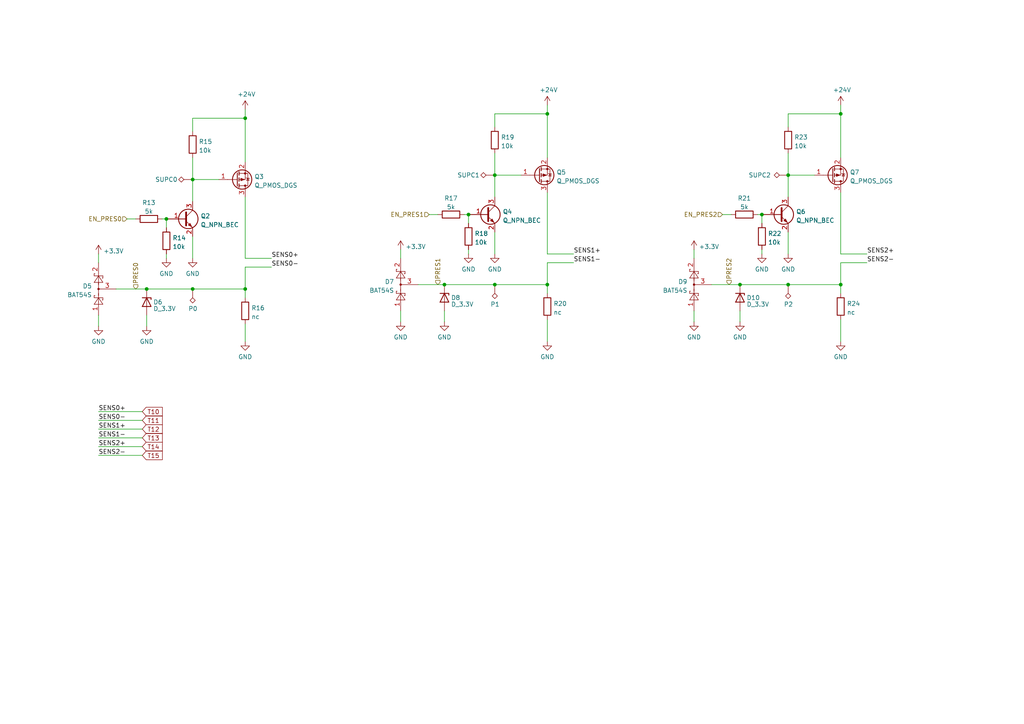
<source format=kicad_sch>
(kicad_sch (version 20211123) (generator eeschema)
  (paper "A4")
  (title_block (title "FloatPUMP Schematics") (date "2022-11-11") (rev "1.0") (company "robtor.de") (comment 1 "Controller board for up to 3 water pumps") (comment 2 "measuring capabilities with piezoresistive pressure sensors") (comment 3 "sensor input Range 4mA-20mA"))
  (lib_symbols
    (symbol "Connector:TestPoint_Alt" (pin_numbers hide) (pin_names (offset 0.762) hide)
      (property "Reference" "TP" (at 0 6.858 0))
      (property "Value" "TestPoint_Alt" (at 0 5.08 0))
      (symbol "TestPoint_Alt_0_1"
        (polyline (pts (xy 0 2.54) (xy -0.762 3.302) (xy 0 4.064) (xy 0.762 3.302) (xy 0 2.54)))
      )
      (symbol "TestPoint_Alt_1_1"
        (pin passive line (at 0 0 90) (length 2.54) (name "1") (number "1"))
      )
    )
    (symbol "D_Zener_1" (pin_numbers hide) (pin_names (offset 1.016) hide)
      (property "Reference" "D?" (at 2.032 0.8347 90))
      (property "Value" "D_Zener_1" (at 2.032 -1.7022 90))
      (symbol "D_Zener_1_0_1"
        (polyline (pts (xy 1.27 0) (xy -1.27 0)))
        (polyline (pts (xy -1.27 -1.27) (xy -1.27 1.27) (xy -0.762 1.27)) (stroke (width 0.254)))
        (polyline (pts (xy 1.27 -1.27) (xy 1.27 1.27) (xy -1.27 0) (xy 1.27 -1.27)) (stroke (width 0.254)))
      )
      (symbol "D_Zener_1_1_1"
        (pin passive line (at 3.81 0 180) (length 2.54) (name "A") (number "1"))
        (pin passive line (at -3.81 0 0) (length 2.54) (name "K") (number "3"))
      )
    )
    (symbol "Device:Q_NPN_BEC" (pin_names (offset 0) hide)
      (property "Reference" "Q" (at 5.08 1.27 0))
      (property "Value" "Q_NPN_BEC" (at 5.08 -1.27 0))
      (symbol "Q_NPN_BEC_0_1"
        (polyline (pts (xy 0.635 0.635) (xy 2.54 2.54)))
        (polyline (pts (xy 0.635 -0.635) (xy 2.54 -2.54) (xy 2.54 -2.54)))
        (polyline (pts (xy 0.635 1.905) (xy 0.635 -1.905) (xy 0.635 -1.905)) (stroke (width 0.508)))
        (polyline (pts (xy 1.27 -1.778) (xy 1.778 -1.27) (xy 2.286 -2.286) (xy 1.27 -1.778) (xy 1.27 -1.778)) (fill (type outline)))
        (circle (center 1.27 0) (radius 2.8194) (stroke (width 0.254)))
      )
      (symbol "Q_NPN_BEC_1_1"
        (pin input line (at -5.08 0 0) (length 5.715) (name "B") (number "1"))
        (pin passive line (at 2.54 -5.08 90) (length 2.54) (name "E") (number "2"))
        (pin passive line (at 2.54 5.08 270) (length 2.54) (name "C") (number "3"))
      )
    )
    (symbol "Device:Q_PMOS_GSD" (pin_names (offset 0) hide)
      (property "Reference" "Q" (at 5.08 1.27 0))
      (property "Value" "Q_PMOS_GSD" (at 5.08 -1.27 0))
      (symbol "Q_PMOS_GSD_0_1"
        (polyline (pts (xy 0.254 0) (xy -2.54 0)))
        (polyline (pts (xy 0.254 1.905) (xy 0.254 -1.905)) (stroke (width 0.254)))
        (polyline (pts (xy 0.762 -1.27) (xy 0.762 -2.286)) (stroke (width 0.254)))
        (polyline (pts (xy 0.762 0.508) (xy 0.762 -0.508)) (stroke (width 0.254)))
        (polyline (pts (xy 0.762 2.286) (xy 0.762 1.27)) (stroke (width 0.254)))
        (polyline (pts (xy 2.54 2.54) (xy 2.54 1.778)))
        (polyline (pts (xy 2.54 -2.54) (xy 2.54 0) (xy 0.762 0)))
        (polyline (pts (xy 0.762 1.778) (xy 3.302 1.778) (xy 3.302 -1.778) (xy 0.762 -1.778)))
        (polyline (pts (xy 2.286 0) (xy 1.27 0.381) (xy 1.27 -0.381) (xy 2.286 0)) (fill (type outline)))
        (polyline (pts (xy 2.794 -0.508) (xy 2.921 -0.381) (xy 3.683 -0.381) (xy 3.81 -0.254)))
        (polyline (pts (xy 3.302 -0.381) (xy 2.921 0.254) (xy 3.683 0.254) (xy 3.302 -0.381)))
        (circle (center 1.651 0) (radius 2.794) (stroke (width 0.254)))
        (circle (center 2.54 -1.778) (radius 0.254) (fill (type outline)))
        (circle (center 2.54 1.778) (radius 0.254) (fill (type outline)))
      )
      (symbol "Q_PMOS_GSD_1_1"
        (pin input line (at -5.08 0 0) (length 2.54) (name "G") (number "1"))
        (pin passive line (at 2.54 -5.08 90) (length 2.54) (name "S") (number "2"))
        (pin passive line (at 2.54 5.08 270) (length 2.54) (name "D") (number "3"))
      )
    )
    (symbol "Device:R" (pin_numbers hide) (pin_names (offset 0))
      (property "Reference" "R" (at 2.032 0 90))
      (property "Value" "R" (at 0 0 90))
      (symbol "R_0_1"
        (rectangle (start -1.016 -2.54) (end 1.016 2.54) (stroke (width 0.254)))
      )
      (symbol "R_1_1"
        (pin passive line (at 0 3.81 270) (length 1.27) (name "~") (number "1"))
        (pin passive line (at 0 -3.81 90) (length 1.27) (name "~") (number "2"))
      )
    )
    (symbol "Diode:BAT54S" (pin_names (offset 1.016))
      (property "Reference" "D" (at 0.635 -3.81 0))
      (property "Value" "BAT54S" (at -6.35 3.175 0))
      (symbol "BAT54S_0_1"
        (polyline (pts (xy -3.81 0) (xy -1.27 0)))
        (polyline (pts (xy -3.175 -1.27) (xy -3.175 -1.016)))
        (polyline (pts (xy -2.54 -1.27) (xy -3.175 -1.27)))
        (polyline (pts (xy -2.54 -1.27) (xy -2.54 1.27)))
        (polyline (pts (xy -2.54 1.27) (xy -1.905 1.27)))
        (polyline (pts (xy -1.905 0) (xy 1.905 0)))
        (polyline (pts (xy -1.905 1.27) (xy -1.905 1.016)))
        (polyline (pts (xy 1.27 0) (xy 3.81 0)))
        (polyline (pts (xy 3.175 -1.27) (xy 3.175 -1.016)))
        (polyline (pts (xy 3.81 -1.27) (xy 3.175 -1.27)))
        (polyline (pts (xy 3.81 -1.27) (xy 3.81 1.27)))
        (polyline (pts (xy 3.81 1.27) (xy 4.445 1.27)))
        (polyline (pts (xy 4.445 1.27) (xy 4.445 1.016)))
        (polyline (pts (xy -4.445 1.27) (xy -4.445 -1.27) (xy -2.54 0) (xy -4.445 1.27)))
        (polyline (pts (xy 1.905 1.27) (xy 1.905 -1.27) (xy 3.81 0) (xy 1.905 1.27)))
        (circle (center 0 0) (radius 0.254) (fill (type outline)))
      )
      (symbol "BAT54S_1_1"
        (pin passive line (at -7.62 0 0) (length 3.81) (name "~") (number "1"))
        (pin passive line (at 7.62 0 180) (length 3.81) (name "~") (number "2"))
        (pin passive line (at 0 -5.08 90) (length 5.08) (name "~") (number "3"))
      )
    )
    (symbol "power:+24V" (power) (pin_names (offset 0))
      (property "Value" "+24V" (at 0 3.556 0))
      (symbol "+24V_0_1"
        (polyline (pts (xy -0.762 1.27) (xy 0 2.54)))
        (polyline (pts (xy 0 0) (xy 0 2.54)))
        (polyline (pts (xy 0 2.54) (xy 0.762 1.27)))
      )
      (symbol "+24V_1_1"
        (pin power_in line (at 0 0 90) (length 0) hide (name "+24V") (number "1"))
      )
    )
    (symbol "power:+3.3V" (power) (pin_names (offset 0))
      (property "Value" "+3.3V" (at 0 3.556 0))
      (symbol "+3.3V_0_1"
        (polyline (pts (xy -0.762 1.27) (xy 0 2.54)))
        (polyline (pts (xy 0 0) (xy 0 2.54)))
        (polyline (pts (xy 0 2.54) (xy 0.762 1.27)))
      )
      (symbol "+3.3V_1_1"
        (pin power_in line (at 0 0 90) (length 0) hide (name "+3.3V") (number "1"))
      )
    )
    (symbol "power:GND" (power) (pin_names (offset 0))
      (property "Value" "GND" (at 0 -3.81 0))
      (symbol "GND_0_1"
        (polyline (pts (xy 0 0) (xy 0 -1.27) (xy 1.27 -1.27) (xy 0 -2.54) (xy -1.27 -1.27) (xy 0 -1.27)))
      )
      (symbol "GND_1_1"
        (pin power_in line (at 0 0 270) (length 0) hide (name "GND") (number "1"))
      )
    )
  )
  (junction (at 143.51 50.8))
  (junction (at 128.905 82.55))
  (junction (at 158.75 33.02))
  (junction (at 243.84 33.02))
  (junction (at 243.84 82.55))
  (junction (at 55.88 52.07))
  (junction (at 158.75 82.55))
  (junction (at 228.6 82.55))
  (junction (at 228.6 50.8))
  (junction (at 42.545 83.82))
  (junction (at 214.63 82.55))
  (junction (at 220.98 62.23))
  (junction (at 135.89 62.23))
  (junction (at 55.88 83.82))
  (junction (at 71.12 34.29))
  (junction (at 143.51 82.55))
  (junction (at 71.12 83.82))
  (junction (at 48.26 63.5))
  (wire (pts (xy 33.655 83.82) (xy 42.545 83.82)))
  (wire (pts (xy 219.71 62.23) (xy 220.98 62.23)))
  (wire (pts (xy 128.905 82.55) (xy 143.51 82.55)))
  (wire (pts (xy 143.51 33.02) (xy 158.75 33.02)))
  (wire (pts (xy 28.575 132.08) (xy 41.275 132.08)))
  (wire (pts (xy 220.98 72.39) (xy 220.98 73.66)))
  (wire (pts (xy 228.6 44.45) (xy 228.6 50.8)))
  (wire (pts (xy 128.905 90.17) (xy 128.905 93.345)))
  (wire (pts (xy 134.62 62.23) (xy 135.89 62.23)))
  (wire (pts (xy 158.75 82.55) (xy 158.75 85.09)))
  (wire (pts (xy 71.12 31.75) (xy 71.12 34.29)))
  (wire (pts (xy 28.575 119.38) (xy 41.275 119.38)))
  (wire (pts (xy 243.84 82.55) (xy 243.84 85.09)))
  (wire (pts (xy 28.575 124.46) (xy 41.275 124.46)))
  (wire (pts (xy 28.575 127) (xy 41.275 127)))
  (wire (pts (xy 55.88 45.72) (xy 55.88 52.07)))
  (wire (pts (xy 166.37 76.2) (xy 158.75 76.2)))
  (wire (pts (xy 28.575 129.54) (xy 41.275 129.54)))
  (wire (pts (xy 228.6 67.31) (xy 228.6 73.66)))
  (wire (pts (xy 158.75 76.2) (xy 158.75 82.55)))
  (wire (pts (xy 243.84 92.71) (xy 243.84 99.06)))
  (wire (pts (xy 71.12 57.15) (xy 71.12 74.93)))
  (wire (pts (xy 124.46 62.23) (xy 127 62.23)))
  (wire (pts (xy 48.26 63.5) (xy 48.26 66.04)))
  (wire (pts (xy 158.75 92.71) (xy 158.75 99.06)))
  (wire (pts (xy 158.75 55.88) (xy 158.75 73.66)))
  (wire (pts (xy 201.295 72.39) (xy 201.295 74.93)))
  (wire (pts (xy 228.6 36.83) (xy 228.6 33.02)))
  (wire (pts (xy 158.75 30.48) (xy 158.75 33.02)))
  (wire (pts (xy 228.6 50.8) (xy 236.22 50.8)))
  (wire (pts (xy 201.295 90.17) (xy 201.295 93.345)))
  (wire (pts (xy 28.575 73.66) (xy 28.575 76.2)))
  (wire (pts (xy 143.51 36.83) (xy 143.51 33.02)))
  (wire (pts (xy 220.98 62.23) (xy 220.98 64.77)))
  (wire (pts (xy 78.74 77.47) (xy 71.12 77.47)))
  (wire (pts (xy 135.89 72.39) (xy 135.89 73.66)))
  (wire (pts (xy 78.74 74.93) (xy 71.12 74.93)))
  (wire (pts (xy 55.88 38.1) (xy 55.88 34.29)))
  (wire (pts (xy 228.6 82.55) (xy 243.84 82.55)))
  (wire (pts (xy 55.88 52.07) (xy 63.5 52.07)))
  (wire (pts (xy 36.83 63.5) (xy 39.37 63.5)))
  (wire (pts (xy 251.46 73.66) (xy 243.84 73.66)))
  (wire (pts (xy 28.575 91.44) (xy 28.575 94.615)))
  (wire (pts (xy 206.375 82.55) (xy 214.63 82.55)))
  (wire (pts (xy 55.88 68.58) (xy 55.88 74.93)))
  (wire (pts (xy 143.51 50.8) (xy 143.51 57.15)))
  (wire (pts (xy 55.88 34.29) (xy 71.12 34.29)))
  (wire (pts (xy 143.51 44.45) (xy 143.51 50.8)))
  (wire (pts (xy 121.285 82.55) (xy 128.905 82.55)))
  (wire (pts (xy 251.46 76.2) (xy 243.84 76.2)))
  (wire (pts (xy 209.55 62.23) (xy 212.09 62.23)))
  (wire (pts (xy 71.12 34.29) (xy 71.12 46.99)))
  (wire (pts (xy 135.89 64.77) (xy 135.89 62.23)))
  (wire (pts (xy 228.6 50.8) (xy 228.6 57.15)))
  (wire (pts (xy 143.51 67.31) (xy 143.51 73.66)))
  (wire (pts (xy 55.88 52.07) (xy 55.88 58.42)))
  (wire (pts (xy 42.545 91.44) (xy 42.545 94.615)))
  (wire (pts (xy 158.75 33.02) (xy 158.75 45.72)))
  (wire (pts (xy 243.84 33.02) (xy 243.84 45.72)))
  (wire (pts (xy 48.26 73.66) (xy 48.26 74.93)))
  (wire (pts (xy 143.51 82.55) (xy 158.75 82.55)))
  (wire (pts (xy 42.545 83.82) (xy 55.88 83.82)))
  (wire (pts (xy 166.37 73.66) (xy 158.75 73.66)))
  (wire (pts (xy 71.12 93.98) (xy 71.12 99.06)))
  (wire (pts (xy 116.205 72.39) (xy 116.205 74.93)))
  (wire (pts (xy 143.51 50.8) (xy 151.13 50.8)))
  (wire (pts (xy 214.63 82.55) (xy 228.6 82.55)))
  (wire (pts (xy 243.84 76.2) (xy 243.84 82.55)))
  (wire (pts (xy 228.6 33.02) (xy 243.84 33.02)))
  (wire (pts (xy 71.12 83.82) (xy 71.12 86.36)))
  (wire (pts (xy 28.575 121.92) (xy 41.275 121.92)))
  (wire (pts (xy 71.12 77.47) (xy 71.12 83.82)))
  (wire (pts (xy 55.88 83.82) (xy 71.12 83.82)))
  (wire (pts (xy 243.84 30.48) (xy 243.84 33.02)))
  (wire (pts (xy 243.84 55.88) (xy 243.84 73.66)))
  (wire (pts (xy 46.99 63.5) (xy 48.26 63.5)))
  (wire (pts (xy 116.205 90.17) (xy 116.205 93.345)))
  (wire (pts (xy 214.63 90.17) (xy 214.63 93.345)))
  (label "SENS0+" (at 78.74 74.93 0))
  (label "SENS1-" (at 166.37 76.2 0))
  (label "SENS0-" (at 78.74 77.47 0))
  (label "SENS1+" (at 166.37 73.66 0))
  (label "SENS1-" (at 28.575 127 0))
  (label "SENS1+" (at 28.575 124.46 0))
  (label "SENS2+" (at 251.46 73.66 0))
  (label "SENS2-" (at 251.46 76.2 0))
  (label "SENS0-" (at 28.575 121.92 0))
  (label "SENS2-" (at 28.575 132.08 0))
  (label "SENS2+" (at 28.575 129.54 0))
  (label "SENS0+" (at 28.575 119.38 0))
  (global_label "T13" (shape input) (at 41.275 127 0) (property "Referenzen zwischen Schaltplänen" "${INTERSHEET_REFS}" (effects hide)))
  (global_label "T14" (shape input) (at 41.275 129.54 0) (property "Referenzen zwischen Schaltplänen" "${INTERSHEET_REFS}" (effects hide)))
  (global_label "T11" (shape input) (at 41.275 121.92 0) (property "Referenzen zwischen Schaltplänen" "${INTERSHEET_REFS}" (effects hide)))
  (global_label "T15" (shape input) (at 41.275 132.08 0) (property "Referenzen zwischen Schaltplänen" "${INTERSHEET_REFS}" (effects hide)))
  (global_label "T10" (shape input) (at 41.275 119.38 0) (property "Referenzen zwischen Schaltplänen" "${INTERSHEET_REFS}" (effects hide)))
  (global_label "T12" (shape input) (at 41.275 124.46 0) (property "Referenzen zwischen Schaltplänen" "${INTERSHEET_REFS}" (effects hide)))
  (hierarchical_label "EN_PRES1" (shape input) (at 124.46 62.23 180))
  (hierarchical_label "PRES2" (shape input) (at 211.455 82.55 90))
  (hierarchical_label "PRES0" (shape input) (at 39.37 83.82 90))
  (hierarchical_label "EN_PRES2" (shape input) (at 209.55 62.23 180))
  (hierarchical_label "EN_PRES0" (shape input) (at 36.83 63.5 180))
  (hierarchical_label "PRES1" (shape input) (at 127 82.55 90))
  (symbol (lib_id "power:+24V") (at 71.12 31.75 0) (unit 1)
    (property "Reference" "#PWR044" (effects hide))
    (property "Value" "+24V" (at 71.501 27.3558 0))
  )
  (symbol (lib_id "power:+24V") (at 158.75 30.48 0) (unit 1)
    (property "Reference" "#PWR051" (effects hide))
    (property "Value" "+24V" (at 159.131 26.0858 0))
  )
  (symbol (lib_id "power:GND") (at 214.63 93.345 0) (unit 1)
    (property "Reference" "#PWR055" (effects hide))
    (property "Value" "GND" (at 214.63 97.7884 0))
  )
  (symbol (lib_id "Diode:BAT54S") (at 28.575 83.82 90) (unit 1)
    (property "Reference" "D5" (at 26.67 82.9853 90) (effects (justify left)))
    (property "Value" "BAT54S" (at 26.67 85.5222 90) (effects (justify left)))
    (property "Footprint" "Package_TO_SOT_SMD:SOT-23" (effects hide))
    (property "Datasheet" "https://www.diodes.com/assets/Datasheets/ds11005.pdf" (effects hide))
    (property "JLCPCB" "C2762214" (effects hide))
  )
  (symbol (lib_id "power:+3.3V") (at 116.205 72.39 0) (unit 1)
    (property "Reference" "#PWR046" (effects hide))
    (property "Value" "+3.3V" (at 117.602 71.5538 0) (effects (justify left)))
  )
  (symbol (lib_id "power:+24V") (at 243.84 30.48 0) (unit 1)
    (property "Reference" "#PWR058" (effects hide))
    (property "Value" "+24V" (at 244.221 26.0858 0))
  )
  (symbol (lib_id "Device:Q_PMOS_GSD") (at 156.21 50.8 0) (mirror x) (unit 1)
    (property "Reference" "Q5" (at 161.417 49.9653 0) (effects (justify left)))
    (property "Value" "Q_PMOS_DGS" (at 161.417 52.5022 0) (effects (justify left)))
    (property "Footprint" "Package_TO_SOT_SMD:SOT-23" (effects hide))
    (property "Datasheet" "https://datasheet.lcsc.com/lcsc/1809291614_Jiangsu-Changjing-Electronics-Technology-Co---Ltd--BSS84_C114481.pdf" (effects hide))
    (property "JLCPCB" " C114481" (effects hide))
  )
  (symbol (lib_id "power:GND") (at 228.6 73.66 0) (unit 1)
    (property "Reference" "#PWR057" (effects hide))
    (property "Value" "GND" (at 228.6 78.1034 0))
  )
  (symbol (lib_id "power:GND") (at 116.205 93.345 0) (unit 1)
    (property "Reference" "#PWR047" (effects hide))
    (property "Value" "GND" (at 116.205 97.7884 0))
  )
  (symbol (lib_id "Device:Q_PMOS_GSD") (at 68.58 52.07 0) (mirror x) (unit 1)
    (property "Reference" "Q3" (at 73.787 51.2353 0) (effects (justify left)))
    (property "Value" "Q_PMOS_DGS" (at 73.787 53.7722 0) (effects (justify left)))
    (property "Footprint" "Package_TO_SOT_SMD:SOT-23" (effects hide))
    (property "Datasheet" "https://datasheet.lcsc.com/lcsc/1809291614_Jiangsu-Changjing-Electronics-Technology-Co---Ltd--BSS84_C114481.pdf" (effects hide))
    (property "JLCPCB" " C114481" (effects hide))
  )
  (symbol (lib_id "power:+3.3V") (at 28.575 73.66 0) (unit 1)
    (property "Reference" "#PWR039" (effects hide))
    (property "Value" "+3.3V" (at 29.972 72.8238 0) (effects (justify left)))
  )
  (symbol (lib_id "power:GND") (at 158.75 99.06 0) (unit 1)
    (property "Reference" "#PWR052" (effects hide))
    (property "Value" "GND" (at 158.75 103.5034 0))
  )
  (symbol (lib_id "Connector:TestPoint_Alt") (at 55.88 83.82 180) (unit 1)
    (property "Reference" "TP11" (effects hide))
    (property "Value" "P0" (at 54.61 89.535 0) (effects (justify right)))
    (property "Footprint" "TestPoint:TestPoint_Pad_D1.0mm" (effects hide))
  )
  (symbol (lib_id "Connector:TestPoint_Alt") (at 228.6 82.55 180) (unit 1)
    (property "Reference" "TP15" (effects hide))
    (property "Value" "P2" (at 227.33 88.265 0) (effects (justify right)))
    (property "Footprint" "TestPoint:TestPoint_Pad_D1.0mm" (effects hide))
  )
  (symbol (lib_id "Device:R") (at 215.9 62.23 90) (unit 1)
    (property "Reference" "R21" (at 215.9 57.5142 90))
    (property "Value" "5k" (at 215.9 60.0511 90))
    (property "Footprint" "Resistor_SMD:R_0402_1005Metric" (effects hide))
    (property "JLCPCB" "C332873" (effects hide))
  )
  (symbol (lib_id "power:+3.3V") (at 201.295 72.39 0) (unit 1)
    (property "Reference" "#PWR053" (effects hide))
    (property "Value" "+3.3V" (at 202.692 71.5538 0) (effects (justify left)))
  )
  (symbol (lib_id "Device:R") (at 55.88 41.91 0) (unit 1)
    (property "Reference" "R15" (at 57.658 41.0753 0) (effects (justify left)))
    (property "Value" "10k" (at 57.658 43.6122 0) (effects (justify left)))
    (property "Footprint" "Resistor_SMD:R_0603_1608Metric" (effects hide))
    (property "JLCPCB" "C238881" (effects hide))
  )
  (symbol (lib_id "power:GND") (at 243.84 99.06 0) (unit 1)
    (property "Reference" "#PWR059" (effects hide))
    (property "Value" "GND" (at 243.84 103.5034 0))
  )
  (symbol (lib_id "Connector:TestPoint_Alt") (at 143.51 50.8 90) (unit 1)
    (property "Reference" "TP12" (effects hide))
    (property "Value" "SUPC1" (at 135.89 50.8 90))
    (property "Footprint" "TestPoint:TestPoint_Pad_D1.0mm" (effects hide))
  )
  (symbol (lib_name "D_Zener_1") (lib_id "Device:D_Zener") (at 214.63 86.36 270) (unit 1)
    (property "Reference" "D10" (at 216.535 86.36 90) (effects (justify left)))
    (property "Value" "D_3.3V" (at 216.535 88.265 90) (effects (justify left)))
    (property "Footprint" "Package_TO_SOT_SMD:SOT-23" (effects hide))
    (property "Datasheet" "https://datasheet.lcsc.com/lcsc/1809191825_LRC-LBZX84C3V3LT1G_C12745.pdf" (effects hide))
    (property "JLCPCB" "C131832" (effects hide))
  )
  (symbol (lib_id "power:GND") (at 48.26 74.93 0) (unit 1)
    (property "Reference" "#PWR042" (effects hide))
    (property "Value" "GND" (at 48.26 79.3734 0))
  )
  (symbol (lib_id "Device:Q_NPN_BEC") (at 140.97 62.23 0) (unit 1)
    (property "Reference" "Q4" (at 145.8214 61.3953 0) (effects (justify left)))
    (property "Value" "Q_NPN_BEC" (at 145.8214 63.9322 0) (effects (justify left)))
    (property "Footprint" "Package_TO_SOT_SMD:SOT-23" (effects hide))
    (property "Datasheet" "https://datasheet.lcsc.com/lcsc/1912111437_Diodes-Incorporated-FMMT491TA_C141788.pdf" (effects hide))
    (property "JLCPCB" "C141788" (effects hide))
  )
  (symbol (lib_id "power:GND") (at 135.89 73.66 0) (unit 1)
    (property "Reference" "#PWR049" (effects hide))
    (property "Value" "GND" (at 135.89 78.1034 0))
  )
  (symbol (lib_id "Device:Q_NPN_BEC") (at 53.34 63.5 0) (unit 1)
    (property "Reference" "Q2" (at 58.1914 62.6653 0) (effects (justify left)))
    (property "Value" "Q_NPN_BEC" (at 58.1914 65.2022 0) (effects (justify left)))
    (property "Footprint" "Package_TO_SOT_SMD:SOT-23" (effects hide))
    (property "Datasheet" "https://datasheet.lcsc.com/lcsc/1912111437_Diodes-Incorporated-FMMT491TA_C141788.pdf" (effects hide))
    (property "JLCPCB" "C141788" (effects hide))
  )
  (symbol (lib_id "power:GND") (at 201.295 93.345 0) (unit 1)
    (property "Reference" "#PWR054" (effects hide))
    (property "Value" "GND" (at 201.295 97.7884 0))
  )
  (symbol (lib_id "Connector:TestPoint_Alt") (at 143.51 82.55 180) (unit 1)
    (property "Reference" "TP13" (effects hide))
    (property "Value" "P1" (at 142.24 88.265 0) (effects (justify right)))
    (property "Footprint" "TestPoint:TestPoint_Pad_D1.0mm" (effects hide))
  )
  (symbol (lib_id "Connector:TestPoint_Alt") (at 55.88 52.07 90) (unit 1)
    (property "Reference" "TP10" (effects hide))
    (property "Value" "SUPC0" (at 48.26 52.07 90))
    (property "Footprint" "TestPoint:TestPoint_Pad_D1.0mm" (effects hide))
  )
  (symbol (lib_id "power:GND") (at 71.12 99.06 0) (unit 1)
    (property "Reference" "#PWR045" (effects hide))
    (property "Value" "GND" (at 71.12 103.5034 0))
  )
  (symbol (lib_id "power:GND") (at 143.51 73.66 0) (unit 1)
    (property "Reference" "#PWR050" (effects hide))
    (property "Value" "GND" (at 143.51 78.1034 0))
  )
  (symbol (lib_id "Device:R") (at 220.98 68.58 0) (unit 1)
    (property "Reference" "R22" (at 222.758 67.7453 0) (effects (justify left)))
    (property "Value" "10k" (at 222.758 70.2822 0) (effects (justify left)))
    (property "Footprint" "Resistor_SMD:R_0603_1608Metric" (effects hide))
    (property "JLCPCB" "C238881" (effects hide))
  )
  (symbol (lib_id "Device:R") (at 135.89 68.58 0) (unit 1)
    (property "Reference" "R18" (at 137.668 67.7453 0) (effects (justify left)))
    (property "Value" "10k" (at 137.668 70.2822 0) (effects (justify left)))
    (property "Footprint" "Resistor_SMD:R_0603_1608Metric" (effects hide))
    (property "JLCPCB" "C238881" (effects hide))
  )
  (symbol (lib_id "Device:R") (at 158.75 88.9 0) (unit 1)
    (property "Reference" "R20" (at 160.528 88.0653 0) (effects (justify left)))
    (property "Value" "nc" (at 160.528 90.6022 0) (effects (justify left)))
    (property "Footprint" "Resistor_THT:R_Axial_DIN0204_L3.6mm_D1.6mm_P7.62mm_Horizontal" (effects hide))
  )
  (symbol (lib_name "D_Zener_1") (lib_id "Device:D_Zener") (at 128.905 86.36 270) (unit 1)
    (property "Reference" "D8" (at 130.81 86.36 90) (effects (justify left)))
    (property "Value" "D_3.3V" (at 130.81 88.265 90) (effects (justify left)))
    (property "Footprint" "Package_TO_SOT_SMD:SOT-23" (effects hide))
    (property "Datasheet" "https://datasheet.lcsc.com/lcsc/1809191825_LRC-LBZX84C3V3LT1G_C12745.pdf" (effects hide))
    (property "JLCPCB" "C131832" (effects hide))
  )
  (symbol (lib_id "Device:R") (at 48.26 69.85 0) (unit 1)
    (property "Reference" "R14" (at 50.038 69.0153 0) (effects (justify left)))
    (property "Value" "10k" (at 50.038 71.5522 0) (effects (justify left)))
    (property "Footprint" "Resistor_SMD:R_0603_1608Metric" (effects hide))
    (property "JLCPCB" "C238881" (effects hide))
  )
  (symbol (lib_id "Device:R") (at 243.84 88.9 0) (unit 1)
    (property "Reference" "R24" (at 245.618 88.0653 0) (effects (justify left)))
    (property "Value" "nc" (at 245.618 90.6022 0) (effects (justify left)))
    (property "Footprint" "Resistor_THT:R_Axial_DIN0204_L3.6mm_D1.6mm_P7.62mm_Horizontal" (effects hide))
  )
  (symbol (lib_id "Device:Q_NPN_BEC") (at 226.06 62.23 0) (unit 1)
    (property "Reference" "Q6" (at 230.9114 61.3953 0) (effects (justify left)))
    (property "Value" "Q_NPN_BEC" (at 230.9114 63.9322 0) (effects (justify left)))
    (property "Footprint" "Package_TO_SOT_SMD:SOT-23" (effects hide))
    (property "Datasheet" "https://datasheet.lcsc.com/lcsc/1912111437_Diodes-Incorporated-FMMT491TA_C141788.pdf" (effects hide))
    (property "JLCPCB" "C141788" (effects hide))
  )
  (symbol (lib_id "power:GND") (at 28.575 94.615 0) (unit 1)
    (property "Reference" "#PWR040" (effects hide))
    (property "Value" "GND" (at 28.575 99.0584 0))
  )
  (symbol (lib_id "Device:R") (at 71.12 90.17 0) (unit 1)
    (property "Reference" "R16" (at 72.898 89.3353 0) (effects (justify left)))
    (property "Value" "nc" (at 72.898 91.8722 0) (effects (justify left)))
    (property "Footprint" "Resistor_THT:R_Axial_DIN0204_L3.6mm_D1.6mm_P7.62mm_Horizontal" (effects hide))
  )
  (symbol (lib_id "Diode:BAT54S") (at 201.295 82.55 90) (unit 1)
    (property "Reference" "D9" (at 199.39 81.7153 90) (effects (justify left)))
    (property "Value" "BAT54S" (at 199.39 84.2522 90) (effects (justify left)))
    (property "Footprint" "Package_TO_SOT_SMD:SOT-23" (effects hide))
    (property "Datasheet" "https://www.diodes.com/assets/Datasheets/ds11005.pdf" (effects hide))
    (property "JLCPCB" "C2762214" (effects hide))
  )
  (symbol (lib_id "Device:R") (at 130.81 62.23 90) (unit 1)
    (property "Reference" "R17" (at 130.81 57.5142 90))
    (property "Value" "5k" (at 130.81 60.0511 90))
    (property "Footprint" "Resistor_SMD:R_0402_1005Metric" (effects hide))
    (property "JLCPCB" "C332873" (effects hide))
  )
  (symbol (lib_id "Device:Q_PMOS_GSD") (at 241.3 50.8 0) (mirror x) (unit 1)
    (property "Reference" "Q7" (at 246.507 49.9653 0) (effects (justify left)))
    (property "Value" "Q_PMOS_DGS" (at 246.507 52.5022 0) (effects (justify left)))
    (property "Footprint" "Package_TO_SOT_SMD:SOT-23" (effects hide))
    (property "Datasheet" "https://datasheet.lcsc.com/lcsc/1809291614_Jiangsu-Changjing-Electronics-Technology-Co---Ltd--BSS84_C114481.pdf" (effects hide))
    (property "JLCPCB" " C114481" (effects hide))
  )
  (symbol (lib_id "power:GND") (at 220.98 73.66 0) (unit 1)
    (property "Reference" "#PWR056" (effects hide))
    (property "Value" "GND" (at 220.98 78.1034 0))
  )
  (symbol (lib_id "power:GND") (at 42.545 94.615 0) (unit 1)
    (property "Reference" "#PWR041" (effects hide))
    (property "Value" "GND" (at 42.545 99.0584 0))
  )
  (symbol (lib_id "Connector:TestPoint_Alt") (at 228.6 50.8 90) (unit 1)
    (property "Reference" "TP14" (effects hide))
    (property "Value" "SUPC2" (at 220.345 50.8 90))
    (property "Footprint" "TestPoint:TestPoint_Pad_D1.0mm" (effects hide))
  )
  (symbol (lib_id "Diode:BAT54S") (at 116.205 82.55 90) (unit 1)
    (property "Reference" "D7" (at 114.3 81.7153 90) (effects (justify left)))
    (property "Value" "BAT54S" (at 114.3 84.2522 90) (effects (justify left)))
    (property "Footprint" "Package_TO_SOT_SMD:SOT-23" (effects hide))
    (property "Datasheet" "https://www.diodes.com/assets/Datasheets/ds11005.pdf" (effects hide))
    (property "JLCPCB" "C2762214" (effects hide))
  )
  (symbol (lib_id "Device:R") (at 228.6 40.64 0) (unit 1)
    (property "Reference" "R23" (at 230.378 39.8053 0) (effects (justify left)))
    (property "Value" "10k" (at 230.378 42.3422 0) (effects (justify left)))
    (property "Footprint" "Resistor_SMD:R_0603_1608Metric" (effects hide))
    (property "JLCPCB" "C238881" (effects hide))
  )
  (symbol (lib_id "power:GND") (at 55.88 74.93 0) (unit 1)
    (property "Reference" "#PWR043" (effects hide))
    (property "Value" "GND" (at 55.88 79.3734 0))
  )
  (symbol (lib_name "D_Zener_1") (lib_id "Device:D_Zener") (at 42.545 87.63 270) (unit 1)
    (property "Reference" "D6" (at 44.45 87.63 90) (effects (justify left)))
    (property "Value" "D_3.3V" (at 44.45 89.535 90) (effects (justify left)))
    (property "Footprint" "Package_TO_SOT_SMD:SOT-23" (effects hide))
    (property "Datasheet" "https://datasheet.lcsc.com/lcsc/1809191825_LRC-LBZX84C3V3LT1G_C12745.pdf" (effects hide))
    (property "JLCPCB" "C131832" (effects hide))
  )
  (symbol (lib_id "power:GND") (at 128.905 93.345 0) (unit 1)
    (property "Reference" "#PWR048" (effects hide))
    (property "Value" "GND" (at 128.905 97.7884 0))
  )
  (symbol (lib_id "Device:R") (at 43.18 63.5 90) (unit 1)
    (property "Reference" "R13" (at 43.18 58.7842 90))
    (property "Value" "5k" (at 43.18 61.3211 90))
    (property "Footprint" "Resistor_SMD:R_0402_1005Metric" (effects hide))
    (property "JLCPCB" "C332873" (effects hide))
  )
  (symbol (lib_id "Device:R") (at 143.51 40.64 0) (unit 1)
    (property "Reference" "R19" (at 145.288 39.8053 0) (effects (justify left)))
    (property "Value" "10k" (at 145.288 42.3422 0) (effects (justify left)))
    (property "Footprint" "Resistor_SMD:R_0603_1608Metric" (effects hide))
    (property "JLCPCB" "C238881" (effects hide))
  )
)
</source>
